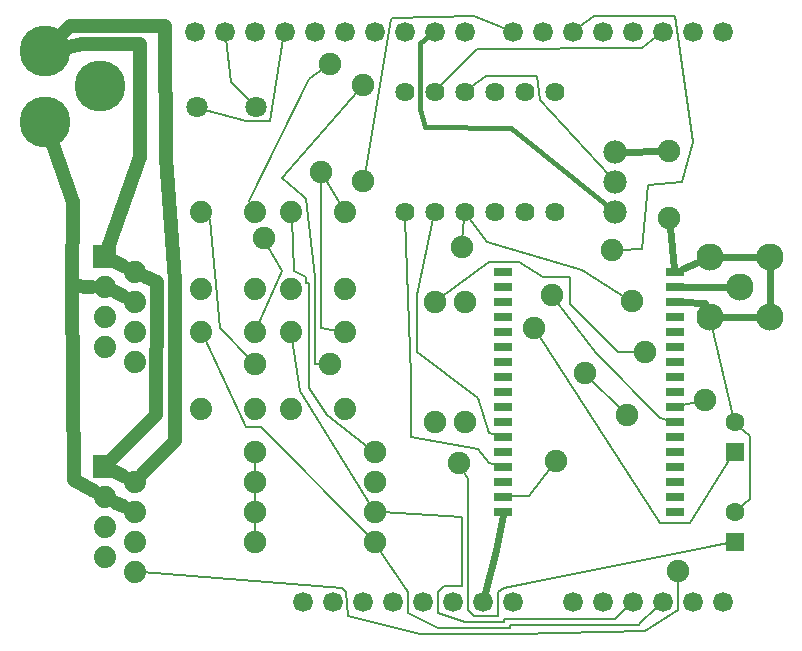
<source format=gtl>
G04 MADE WITH FRITZING*
G04 WWW.FRITZING.ORG*
G04 DOUBLE SIDED*
G04 HOLES PLATED*
G04 CONTOUR ON CENTER OF CONTOUR VECTOR*
%ASAXBY*%
%FSLAX23Y23*%
%MOIN*%
%OFA0B0*%
%SFA1.0B1.0*%
%ADD10C,0.075433*%
%ADD11C,0.070866*%
%ADD12C,0.062992*%
%ADD13C,0.075000*%
%ADD14C,0.066194*%
%ADD15C,0.066222*%
%ADD16C,0.170000*%
%ADD17C,0.064000*%
%ADD18C,0.074000*%
%ADD19C,0.078000*%
%ADD20C,0.090551*%
%ADD21R,0.062992X0.062992*%
%ADD22R,0.062992X0.031496*%
%ADD23C,0.024000*%
%ADD24C,0.008000*%
%ADD25C,0.016000*%
%ADD26C,0.048000*%
%ADD27R,0.001000X0.001000*%
%LNCOPPER1*%
G90*
G70*
G54D10*
X2346Y1630D03*
X2346Y1405D03*
X2224Y1128D03*
X1970Y597D03*
G54D11*
X774Y1774D03*
X971Y1774D03*
G54D10*
X1895Y1038D03*
X1955Y1148D03*
X2265Y958D03*
X2465Y798D03*
X1645Y588D03*
X1655Y1308D03*
X965Y918D03*
X1325Y1528D03*
X1325Y1848D03*
X1215Y918D03*
X995Y1338D03*
X1185Y1558D03*
X1215Y1918D03*
X2155Y1298D03*
X2065Y888D03*
X2205Y748D03*
X2375Y228D03*
G54D12*
X2565Y626D03*
X2565Y725D03*
X2565Y326D03*
X2565Y425D03*
G54D13*
X1665Y1126D03*
X1665Y726D03*
X1565Y1126D03*
X1565Y726D03*
G54D14*
X2125Y126D03*
X2225Y126D03*
X2325Y126D03*
X2425Y126D03*
X2525Y126D03*
G54D15*
X1665Y2026D03*
X1565Y2026D03*
X1465Y2026D03*
X1365Y2026D03*
X1265Y2026D03*
X1165Y2026D03*
X1065Y2026D03*
X965Y2026D03*
X865Y2026D03*
X765Y2026D03*
X2525Y2026D03*
X2425Y2026D03*
X2325Y2026D03*
X2225Y2026D03*
X2125Y2026D03*
X2025Y2026D03*
X1925Y2026D03*
X1825Y2026D03*
G54D14*
X1225Y126D03*
X1125Y126D03*
X1325Y126D03*
X1425Y126D03*
X1525Y126D03*
X1625Y126D03*
X1725Y126D03*
X1825Y126D03*
X2025Y126D03*
G54D16*
X265Y1962D03*
X265Y1726D03*
X450Y1844D03*
X265Y1962D03*
X265Y1726D03*
X450Y1844D03*
G54D17*
X1865Y1426D03*
X1765Y1426D03*
X1665Y1426D03*
X1565Y1426D03*
X1465Y1426D03*
X1465Y1826D03*
X1565Y1826D03*
X1665Y1826D03*
X1765Y1826D03*
X1865Y1826D03*
X1965Y1826D03*
X1965Y1426D03*
G54D18*
X1265Y1426D03*
X1265Y1170D03*
X1087Y1426D03*
X1087Y1170D03*
X1265Y1426D03*
X1265Y1170D03*
X1087Y1426D03*
X1087Y1170D03*
X965Y1426D03*
X965Y1170D03*
X787Y1426D03*
X787Y1170D03*
X965Y1426D03*
X965Y1170D03*
X787Y1426D03*
X787Y1170D03*
X1265Y1026D03*
X1265Y770D03*
X1087Y1026D03*
X1087Y770D03*
X1265Y1026D03*
X1265Y770D03*
X1087Y1026D03*
X1087Y770D03*
X965Y1026D03*
X965Y770D03*
X787Y1026D03*
X787Y770D03*
X965Y1026D03*
X965Y770D03*
X787Y1026D03*
X787Y770D03*
X565Y926D03*
X465Y976D03*
X565Y1026D03*
X565Y1126D03*
X565Y1226D03*
X465Y1076D03*
X465Y1176D03*
X465Y1276D03*
X565Y926D03*
X465Y976D03*
X565Y1026D03*
X565Y1126D03*
X565Y1226D03*
X465Y1076D03*
X465Y1176D03*
X465Y1276D03*
G54D13*
X965Y326D03*
X1365Y326D03*
X965Y426D03*
X1365Y426D03*
X965Y526D03*
X1365Y526D03*
X965Y626D03*
X1365Y626D03*
G54D19*
X2165Y1626D03*
X2165Y1526D03*
X2165Y1426D03*
G54D18*
X565Y226D03*
X465Y276D03*
X565Y326D03*
X565Y426D03*
X565Y526D03*
X465Y376D03*
X465Y476D03*
X465Y576D03*
X565Y226D03*
X465Y276D03*
X565Y326D03*
X565Y426D03*
X565Y526D03*
X465Y376D03*
X465Y476D03*
X465Y576D03*
G54D20*
X2482Y1276D03*
X2582Y1176D03*
X2482Y1076D03*
X2682Y1076D03*
X2682Y1276D03*
G54D21*
X2565Y626D03*
X2565Y326D03*
G54D22*
X1794Y1226D03*
X1794Y1176D03*
X1794Y1126D03*
X1794Y1076D03*
X1794Y1026D03*
X1794Y976D03*
X1794Y926D03*
X1794Y877D03*
X1794Y827D03*
X1794Y777D03*
X1794Y727D03*
X1794Y677D03*
X1794Y627D03*
X1794Y577D03*
X1794Y527D03*
X1794Y477D03*
X1794Y427D03*
X2365Y1226D03*
X2365Y1176D03*
X2365Y1126D03*
X2365Y1076D03*
X2365Y1026D03*
X2365Y976D03*
X2365Y926D03*
X2365Y877D03*
X2365Y827D03*
X2365Y777D03*
X2365Y727D03*
X2365Y677D03*
X2365Y627D03*
X2365Y577D03*
X2365Y527D03*
X2365Y477D03*
X2365Y427D03*
G54D23*
X2317Y1629D02*
X2195Y1627D01*
D02*
X2364Y1236D02*
X2349Y1376D01*
G54D24*
D02*
X1878Y479D02*
X1820Y478D01*
D02*
X1955Y579D02*
X1878Y479D01*
D02*
X2055Y1232D02*
X2204Y1140D01*
D02*
X1740Y1325D02*
X2055Y1232D01*
D02*
X1680Y1406D02*
X1740Y1325D01*
D02*
X2554Y608D02*
X2415Y388D01*
D02*
X2315Y388D02*
X1908Y1018D01*
D02*
X2415Y388D02*
X2315Y388D01*
D02*
X2315Y738D02*
X2339Y732D01*
D02*
X2104Y956D02*
X2315Y738D01*
D02*
X1969Y1129D02*
X2104Y956D01*
D02*
X2305Y2011D02*
X2255Y1973D01*
D02*
X1705Y1968D02*
X1583Y1844D01*
D02*
X2255Y1973D02*
X1705Y1968D01*
D02*
X1583Y1140D02*
X1745Y1258D01*
D02*
X1845Y1258D02*
X1925Y1208D01*
D02*
X1745Y1258D02*
X1845Y1258D01*
D02*
X2175Y958D02*
X2242Y958D01*
D02*
X2015Y1118D02*
X2175Y958D01*
D02*
X2015Y1208D02*
X2015Y1118D01*
D02*
X1925Y1208D02*
X2015Y1208D01*
D02*
X1559Y1401D02*
X1505Y1148D01*
D02*
X2442Y793D02*
X2391Y782D01*
D02*
X1505Y958D02*
X1708Y804D01*
D02*
X1505Y1148D02*
X1505Y958D01*
D02*
X1745Y688D02*
X1768Y683D01*
D02*
X1708Y804D02*
X1745Y688D01*
D02*
X1485Y878D02*
X1485Y676D01*
D02*
X1466Y1401D02*
X1485Y878D01*
D02*
X1708Y637D02*
X1745Y588D01*
D02*
X1485Y676D02*
X1708Y637D01*
D02*
X1745Y588D02*
X1768Y583D01*
D02*
X2544Y322D02*
X1795Y173D01*
D02*
X1676Y536D02*
X1657Y568D01*
D02*
X1675Y98D02*
X1676Y536D01*
D02*
X1695Y78D02*
X1675Y98D01*
D02*
X1775Y78D02*
X1695Y78D01*
D02*
X1775Y158D02*
X1775Y78D01*
D02*
X1795Y173D02*
X1775Y158D01*
D02*
X1657Y1331D02*
X1663Y1401D01*
G54D25*
D02*
X1545Y2011D02*
X1515Y1988D01*
D02*
X1534Y1708D02*
X1820Y1705D01*
D02*
X1516Y1768D02*
X1534Y1708D01*
D02*
X1515Y1988D02*
X1516Y1768D01*
D02*
X1820Y1705D02*
X2146Y1442D01*
G54D24*
D02*
X1115Y828D02*
X1353Y446D01*
D02*
X1090Y1001D02*
X1115Y828D01*
D02*
X2207Y109D02*
X2165Y68D01*
D02*
X1665Y58D02*
X1575Y88D01*
D02*
X1795Y58D02*
X1665Y58D01*
D02*
X1795Y68D02*
X1795Y58D01*
D02*
X2165Y68D02*
X1795Y68D01*
D02*
X1655Y408D02*
X1388Y425D01*
D02*
X1655Y178D02*
X1655Y408D01*
D02*
X1595Y178D02*
X1655Y178D01*
D02*
X1575Y158D02*
X1595Y178D01*
D02*
X1575Y88D02*
X1575Y158D01*
D02*
X1135Y1188D02*
X1145Y1188D01*
D02*
X1135Y1208D02*
X1135Y1188D01*
D02*
X1095Y1228D02*
X1135Y1208D01*
D02*
X1088Y1401D02*
X1095Y1228D01*
D02*
X1205Y748D02*
X1346Y640D01*
D02*
X1145Y838D02*
X1205Y748D01*
D02*
X1145Y1188D02*
X1145Y838D01*
D02*
X798Y1003D02*
X935Y708D01*
D02*
X985Y708D02*
X1349Y343D01*
D02*
X935Y708D02*
X985Y708D01*
D02*
X1815Y48D02*
X1815Y38D01*
D02*
X2245Y48D02*
X1815Y48D01*
D02*
X2245Y53D02*
X2245Y48D01*
D02*
X2307Y109D02*
X2245Y53D01*
D02*
X1475Y158D02*
X1377Y307D01*
D02*
X1475Y88D02*
X1475Y158D01*
D02*
X1575Y38D02*
X1475Y88D01*
D02*
X1815Y38D02*
X1575Y38D01*
D02*
X850Y1038D02*
X949Y934D01*
D02*
X815Y1398D02*
X850Y1038D01*
D02*
X805Y1408D02*
X815Y1398D01*
D02*
X1420Y2068D02*
X1330Y1528D01*
D02*
X1425Y2073D02*
X1420Y2068D01*
D02*
X1695Y2078D02*
X1425Y2073D01*
D02*
X1802Y2035D02*
X1695Y2078D01*
D02*
X1330Y1528D02*
X1348Y1528D01*
D02*
X1125Y1478D02*
X1135Y1468D01*
D02*
X1055Y1538D02*
X1125Y1478D01*
D02*
X1310Y1830D02*
X1055Y1538D01*
D02*
X1135Y1468D02*
X1165Y1208D01*
D02*
X1165Y918D02*
X1192Y918D01*
D02*
X1165Y1208D02*
X1165Y918D01*
D02*
X975Y1050D02*
X1055Y1228D01*
D02*
X1055Y1228D02*
X1006Y1317D01*
D02*
X1185Y1038D02*
X1240Y1030D01*
D02*
X1185Y1534D02*
X1185Y1038D01*
D02*
X1252Y1448D02*
X1185Y1558D01*
D02*
X1145Y1868D02*
X945Y1463D01*
D02*
X1196Y1904D02*
X1145Y1868D01*
D02*
X945Y1463D02*
X953Y1449D01*
D02*
X2148Y1544D02*
X1915Y1798D01*
D02*
X1735Y1878D02*
X1685Y1841D01*
D02*
X1905Y1878D02*
X1735Y1878D01*
D02*
X1915Y1798D02*
X1905Y1878D01*
D02*
X2045Y2041D02*
X2095Y2078D01*
D02*
X2365Y2078D02*
X2425Y1658D01*
D02*
X2095Y2078D02*
X2365Y2078D01*
D02*
X2255Y1303D02*
X2178Y1299D01*
D02*
X2277Y1515D02*
X2255Y1303D01*
D02*
X2390Y1525D02*
X2277Y1515D01*
D02*
X2425Y1658D02*
X2390Y1525D01*
D02*
X2081Y871D02*
X2189Y764D01*
D02*
X2375Y98D02*
X2265Y28D01*
D02*
X2375Y204D02*
X2375Y98D01*
D02*
X1515Y18D02*
X1275Y78D01*
D02*
X1835Y18D02*
X1515Y18D01*
D02*
X2265Y28D02*
X1835Y18D01*
D02*
X1255Y173D02*
X590Y224D01*
D02*
X1270Y158D02*
X1255Y173D01*
D02*
X1275Y78D02*
X1270Y158D01*
D02*
X885Y1858D02*
X953Y1791D01*
D02*
X868Y2002D02*
X885Y1858D01*
D02*
X965Y449D02*
X965Y503D01*
D02*
X965Y349D02*
X965Y403D01*
D02*
X965Y603D02*
X965Y549D01*
D02*
X2560Y745D02*
X2490Y1042D01*
D02*
X2581Y439D02*
X2615Y468D01*
D02*
X2615Y678D02*
X2580Y710D01*
D02*
X2615Y468D02*
X2615Y678D01*
D02*
X799Y1767D02*
X935Y1728D01*
D02*
X1015Y1728D02*
X1061Y2002D01*
D02*
X935Y1728D02*
X1015Y1728D01*
G54D26*
D02*
X390Y1985D02*
X345Y1977D01*
D02*
X582Y1610D02*
X584Y1985D01*
D02*
X527Y445D02*
X502Y457D01*
D02*
X584Y1985D02*
X390Y1985D01*
D02*
X527Y1245D02*
X502Y1258D01*
D02*
X479Y1316D02*
X582Y1610D01*
D02*
X362Y532D02*
X428Y496D01*
D02*
X357Y1179D02*
X362Y532D01*
D02*
X357Y1179D02*
X423Y1177D01*
D02*
X359Y1460D02*
X357Y1179D01*
D02*
X292Y1650D02*
X359Y1460D01*
D02*
X527Y545D02*
X502Y558D01*
D02*
X527Y1145D02*
X502Y1158D01*
D02*
X637Y748D02*
X494Y606D01*
D02*
X640Y1193D02*
X637Y748D01*
D02*
X603Y1209D02*
X640Y1193D01*
D02*
X698Y661D02*
X594Y556D01*
D02*
X700Y1195D02*
X698Y661D01*
D02*
X670Y1607D02*
X700Y1195D01*
D02*
X665Y2046D02*
X670Y1607D01*
D02*
X348Y2046D02*
X665Y2046D01*
D02*
X322Y2020D02*
X348Y2046D01*
G54D23*
D02*
X2465Y1123D02*
X2391Y1125D01*
D02*
X2468Y1114D02*
X2465Y1123D01*
D02*
X2391Y1176D02*
X2541Y1176D01*
D02*
X1792Y417D02*
X1768Y299D01*
D02*
X1768Y299D02*
X1732Y156D01*
D02*
X2389Y1236D02*
X2444Y1260D01*
D02*
X2682Y1117D02*
X2682Y1236D01*
D02*
X2522Y1276D02*
X2641Y1276D01*
D02*
X2522Y1076D02*
X2641Y1076D01*
G54D27*
X428Y1314D02*
X501Y1314D01*
X428Y1313D02*
X501Y1313D01*
X428Y1312D02*
X501Y1312D01*
X428Y1311D02*
X501Y1311D01*
X428Y1310D02*
X501Y1310D01*
X428Y1309D02*
X501Y1309D01*
X428Y1308D02*
X501Y1308D01*
X428Y1307D02*
X501Y1307D01*
X428Y1306D02*
X501Y1306D01*
X428Y1305D02*
X501Y1305D01*
X428Y1304D02*
X501Y1304D01*
X428Y1303D02*
X501Y1303D01*
X428Y1302D02*
X501Y1302D01*
X428Y1301D02*
X501Y1301D01*
X428Y1300D02*
X501Y1300D01*
X428Y1299D02*
X501Y1299D01*
X428Y1298D02*
X501Y1298D01*
X428Y1297D02*
X463Y1297D01*
X465Y1297D02*
X501Y1297D01*
X428Y1296D02*
X458Y1296D01*
X471Y1296D02*
X501Y1296D01*
X428Y1295D02*
X455Y1295D01*
X473Y1295D02*
X501Y1295D01*
X428Y1294D02*
X453Y1294D01*
X475Y1294D02*
X501Y1294D01*
X428Y1293D02*
X452Y1293D01*
X477Y1293D02*
X501Y1293D01*
X428Y1292D02*
X451Y1292D01*
X478Y1292D02*
X501Y1292D01*
X428Y1291D02*
X450Y1291D01*
X479Y1291D02*
X501Y1291D01*
X428Y1290D02*
X449Y1290D01*
X480Y1290D02*
X501Y1290D01*
X428Y1289D02*
X448Y1289D01*
X481Y1289D02*
X501Y1289D01*
X428Y1288D02*
X447Y1288D01*
X481Y1288D02*
X501Y1288D01*
X428Y1287D02*
X447Y1287D01*
X482Y1287D02*
X501Y1287D01*
X428Y1286D02*
X446Y1286D01*
X482Y1286D02*
X501Y1286D01*
X428Y1285D02*
X446Y1285D01*
X483Y1285D02*
X501Y1285D01*
X428Y1284D02*
X445Y1284D01*
X483Y1284D02*
X501Y1284D01*
X428Y1283D02*
X445Y1283D01*
X483Y1283D02*
X501Y1283D01*
X428Y1282D02*
X445Y1282D01*
X484Y1282D02*
X501Y1282D01*
X428Y1281D02*
X444Y1281D01*
X484Y1281D02*
X501Y1281D01*
X428Y1280D02*
X444Y1280D01*
X484Y1280D02*
X501Y1280D01*
X428Y1279D02*
X444Y1279D01*
X484Y1279D02*
X501Y1279D01*
X428Y1278D02*
X444Y1278D01*
X484Y1278D02*
X501Y1278D01*
X428Y1277D02*
X444Y1277D01*
X484Y1277D02*
X501Y1277D01*
X428Y1276D02*
X444Y1276D01*
X484Y1276D02*
X501Y1276D01*
X428Y1275D02*
X444Y1275D01*
X484Y1275D02*
X501Y1275D01*
X428Y1274D02*
X444Y1274D01*
X484Y1274D02*
X501Y1274D01*
X428Y1273D02*
X445Y1273D01*
X484Y1273D02*
X501Y1273D01*
X428Y1272D02*
X445Y1272D01*
X484Y1272D02*
X501Y1272D01*
X428Y1271D02*
X445Y1271D01*
X483Y1271D02*
X501Y1271D01*
X428Y1270D02*
X445Y1270D01*
X483Y1270D02*
X501Y1270D01*
X428Y1269D02*
X446Y1269D01*
X482Y1269D02*
X501Y1269D01*
X428Y1268D02*
X446Y1268D01*
X482Y1268D02*
X501Y1268D01*
X428Y1267D02*
X447Y1267D01*
X481Y1267D02*
X501Y1267D01*
X428Y1266D02*
X448Y1266D01*
X481Y1266D02*
X501Y1266D01*
X428Y1265D02*
X449Y1265D01*
X480Y1265D02*
X501Y1265D01*
X428Y1264D02*
X449Y1264D01*
X479Y1264D02*
X501Y1264D01*
X428Y1263D02*
X450Y1263D01*
X478Y1263D02*
X501Y1263D01*
X428Y1262D02*
X452Y1262D01*
X477Y1262D02*
X501Y1262D01*
X428Y1261D02*
X453Y1261D01*
X476Y1261D02*
X501Y1261D01*
X428Y1260D02*
X455Y1260D01*
X474Y1260D02*
X501Y1260D01*
X428Y1259D02*
X457Y1259D01*
X472Y1259D02*
X501Y1259D01*
X428Y1258D02*
X461Y1258D01*
X468Y1258D02*
X501Y1258D01*
X428Y1257D02*
X501Y1257D01*
X428Y1256D02*
X501Y1256D01*
X428Y1255D02*
X501Y1255D01*
X428Y1254D02*
X501Y1254D01*
X428Y1253D02*
X501Y1253D01*
X428Y1252D02*
X501Y1252D01*
X428Y1251D02*
X501Y1251D01*
X428Y1250D02*
X501Y1250D01*
X428Y1249D02*
X501Y1249D01*
X428Y1248D02*
X501Y1248D01*
X428Y1247D02*
X501Y1247D01*
X428Y1246D02*
X501Y1246D01*
X428Y1245D02*
X501Y1245D01*
X428Y1244D02*
X501Y1244D01*
X428Y1243D02*
X501Y1243D01*
X428Y1242D02*
X501Y1242D01*
X428Y1241D02*
X501Y1241D01*
X428Y614D02*
X501Y614D01*
X428Y613D02*
X501Y613D01*
X428Y612D02*
X501Y612D01*
X428Y611D02*
X501Y611D01*
X428Y610D02*
X501Y610D01*
X428Y609D02*
X501Y609D01*
X428Y608D02*
X501Y608D01*
X428Y607D02*
X501Y607D01*
X428Y606D02*
X501Y606D01*
X428Y605D02*
X501Y605D01*
X428Y604D02*
X501Y604D01*
X428Y603D02*
X501Y603D01*
X428Y602D02*
X501Y602D01*
X428Y601D02*
X501Y601D01*
X428Y600D02*
X501Y600D01*
X428Y599D02*
X501Y599D01*
X428Y598D02*
X501Y598D01*
X428Y597D02*
X461Y597D01*
X467Y597D02*
X501Y597D01*
X428Y596D02*
X457Y596D01*
X471Y596D02*
X501Y596D01*
X428Y595D02*
X455Y595D01*
X474Y595D02*
X501Y595D01*
X428Y594D02*
X453Y594D01*
X475Y594D02*
X501Y594D01*
X428Y593D02*
X452Y593D01*
X477Y593D02*
X501Y593D01*
X428Y592D02*
X450Y592D01*
X478Y592D02*
X501Y592D01*
X428Y591D02*
X449Y591D01*
X479Y591D02*
X501Y591D01*
X428Y590D02*
X449Y590D01*
X480Y590D02*
X501Y590D01*
X428Y589D02*
X448Y589D01*
X481Y589D02*
X501Y589D01*
X428Y588D02*
X447Y588D01*
X481Y588D02*
X501Y588D01*
X428Y587D02*
X447Y587D01*
X482Y587D02*
X501Y587D01*
X428Y586D02*
X446Y586D01*
X482Y586D02*
X501Y586D01*
X428Y585D02*
X446Y585D01*
X483Y585D02*
X501Y585D01*
X428Y584D02*
X445Y584D01*
X483Y584D02*
X501Y584D01*
X428Y583D02*
X445Y583D01*
X484Y583D02*
X501Y583D01*
X428Y582D02*
X445Y582D01*
X484Y582D02*
X501Y582D01*
X428Y581D02*
X444Y581D01*
X484Y581D02*
X501Y581D01*
X428Y580D02*
X444Y580D01*
X484Y580D02*
X501Y580D01*
X428Y579D02*
X444Y579D01*
X484Y579D02*
X501Y579D01*
X428Y578D02*
X444Y578D01*
X484Y578D02*
X501Y578D01*
X428Y577D02*
X444Y577D01*
X484Y577D02*
X501Y577D01*
X428Y576D02*
X444Y576D01*
X484Y576D02*
X501Y576D01*
X428Y575D02*
X444Y575D01*
X484Y575D02*
X501Y575D01*
X428Y574D02*
X444Y574D01*
X484Y574D02*
X501Y574D01*
X428Y573D02*
X445Y573D01*
X484Y573D02*
X501Y573D01*
X428Y572D02*
X445Y572D01*
X483Y572D02*
X501Y572D01*
X428Y571D02*
X445Y571D01*
X483Y571D02*
X501Y571D01*
X428Y570D02*
X446Y570D01*
X483Y570D02*
X501Y570D01*
X428Y569D02*
X446Y569D01*
X482Y569D02*
X501Y569D01*
X428Y568D02*
X447Y568D01*
X482Y568D02*
X501Y568D01*
X428Y567D02*
X447Y567D01*
X481Y567D02*
X501Y567D01*
X428Y566D02*
X448Y566D01*
X481Y566D02*
X501Y566D01*
X428Y565D02*
X449Y565D01*
X480Y565D02*
X501Y565D01*
X428Y564D02*
X450Y564D01*
X479Y564D02*
X501Y564D01*
X428Y563D02*
X451Y563D01*
X478Y563D02*
X501Y563D01*
X428Y562D02*
X452Y562D01*
X477Y562D02*
X501Y562D01*
X428Y561D02*
X453Y561D01*
X475Y561D02*
X501Y561D01*
X428Y560D02*
X455Y560D01*
X473Y560D02*
X501Y560D01*
X428Y559D02*
X457Y559D01*
X471Y559D02*
X501Y559D01*
X428Y558D02*
X463Y558D01*
X466Y558D02*
X501Y558D01*
X428Y557D02*
X501Y557D01*
X428Y556D02*
X501Y556D01*
X428Y555D02*
X501Y555D01*
X428Y554D02*
X501Y554D01*
X428Y553D02*
X501Y553D01*
X428Y552D02*
X501Y552D01*
X428Y551D02*
X501Y551D01*
X428Y550D02*
X501Y550D01*
X428Y549D02*
X501Y549D01*
X428Y548D02*
X501Y548D01*
X428Y547D02*
X501Y547D01*
X428Y546D02*
X501Y546D01*
X428Y545D02*
X501Y545D01*
X428Y544D02*
X501Y544D01*
X428Y543D02*
X501Y543D01*
X428Y542D02*
X501Y542D01*
X428Y541D02*
X501Y541D01*
D02*
G04 End of Copper1*
M02*
</source>
